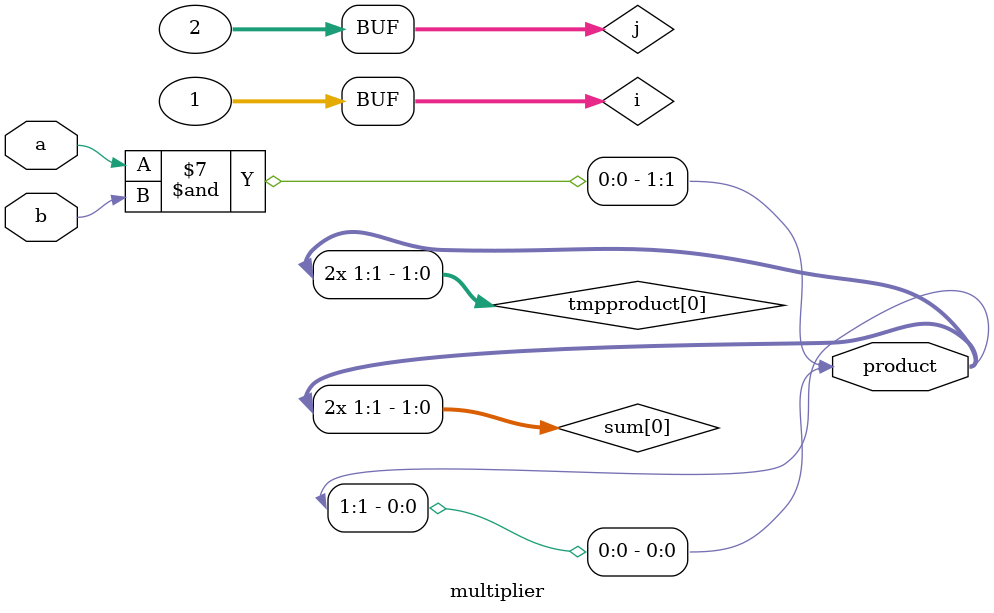
<source format=sv>
module half_adder (
    input  a,
    input  b,
    output c_out,
    output s
);
    assign s = a ^ b;
    assign c_out = a & b;
endmodule

module full_adder (
    input  a,
    input  b,
    input  c_in,
    output c_out,
    output s
);
    logic s1, c1, c2;
    half_adder ha1 (
        a,
        b,
        s1,
        c1
    );
    half_adder ha2 (
        s1,
        c_in,
        c2,
        s
    );
    assign c_out = c1 | c2;
    assign c_out = c1 | c2;
endmodule

module multiplier #(
    parameter N = 1
) (
    input  [  N-1:0] a,
    input  [  N-1:0] b,
    output [2*N-1:0] product
);

    logic [2*N-1:0] tmpproduct[N-1:0];
    integer i, j;

    always_comb begin
        for (i = 0; i < N; i++) begin
            for (j = 0; j < N; j++) begin
                tmpproduct[i][i+j] = a[i] & b[j];
            end
            //signed extend the result
            for (j = N + i; j < 2 * N; j++) begin
                tmpproduct[i][j] = tmpproduct[i][N-1+i];
            end
        end
    end

    wire [2*N-1:0] sum[N-1:0];
    wire [N-1:0] carry;

    assign sum[0] = tmpproduct[0];

    generate
        // sump up all tmpproduct
        for (genvar i = 1; i <= N - 1; i++) begin
            for (genvar j = 0; j < 2 * N; j++) begin
                if (j == 0) begin
                    // the least significant bit doesn't has a carry-in
                    // so we use half adder here
                    half_adder ha (
                        .a(sum[i-1][j]),
                        .b(tmpproduct[i][j]),
                        .c_out(carry[i][j]),
                        .s(sum[i][j])
                    );
                end
                full_adder fa (
                    .a(sum[i-1][j]),
                    .b(tmpproduct[i][j]),
                    .c_in(carry[i-1][j-1]),
                    .c_out(carry[i][j]),
                    .s(sum[i][j])
                );
            end
        end
    endgenerate

    assign product = sum[N-1];

endmodule

</source>
